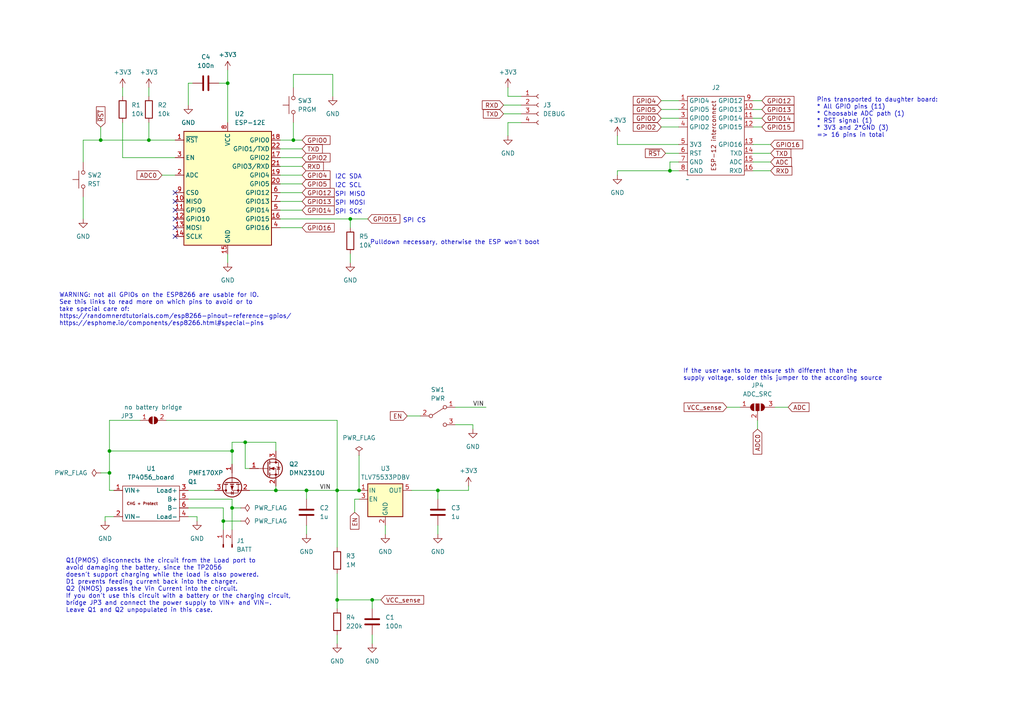
<source format=kicad_sch>
(kicad_sch (version 20230121) (generator eeschema)
  (paper "A4")
  (lib_symbols
    (symbol "Connector:Conn_01x02_Pin" (pin_names (offset 1.016) hide)
      (property "Reference" "J" (at 0 2.54 0))
      (property "Value" "Conn_01x02_Pin" (at 0 -5.08 0))
      (symbol "Conn_01x02_Pin_1_1"
        (polyline (pts (xy 1.27 -2.54) (xy 0.8636 -2.54)) (stroke (width 0.1524)))
        (polyline (pts (xy 1.27 0) (xy 0.8636 0)) (stroke (width 0.1524)))
        (rectangle (start 0.8636 -2.413) (end 0 -2.667) (stroke (width 0.1524)) (fill (type outline)))
        (rectangle (start 0.8636 0.127) (end 0 -0.127) (stroke (width 0.1524)) (fill (type outline)))
        (pin passive line (at 5.08 0 180) (length 3.81) (name "Pin_1") (number "1"))
        (pin passive line (at 5.08 -2.54 180) (length 3.81) (name "Pin_2") (number "2"))
      )
    )
    (symbol "Connector:Conn_01x04_Socket" (pin_names (offset 1.016) hide)
      (property "Reference" "J" (at 0 5.08 0))
      (property "Value" "Conn_01x04_Socket" (at 0 -7.62 0))
      (symbol "Conn_01x04_Socket_1_1"
        (arc (start 0 -4.572) (mid -0.5058 -5.08) (end 0 -5.588) (stroke (width 0.1524)))
        (arc (start 0 -2.032) (mid -0.5058 -2.54) (end 0 -3.048) (stroke (width 0.1524)))
        (polyline (pts (xy -1.27 -5.08) (xy -0.508 -5.08)) (stroke (width 0.1524)))
        (polyline (pts (xy -1.27 -2.54) (xy -0.508 -2.54)) (stroke (width 0.1524)))
        (polyline (pts (xy -1.27 0) (xy -0.508 0)) (stroke (width 0.1524)))
        (polyline (pts (xy -1.27 2.54) (xy -0.508 2.54)) (stroke (width 0.1524)))
        (arc (start 0 0.508) (mid -0.5058 0) (end 0 -0.508) (stroke (width 0.1524)))
        (arc (start 0 3.048) (mid -0.5058 2.54) (end 0 2.032) (stroke (width 0.1524)))
        (pin passive line (at -5.08 2.54 0) (length 3.81) (name "Pin_1") (number "1"))
        (pin passive line (at -5.08 0 0) (length 3.81) (name "Pin_2") (number "2"))
        (pin passive line (at -5.08 -2.54 0) (length 3.81) (name "Pin_3") (number "3"))
        (pin passive line (at -5.08 -5.08 0) (length 3.81) (name "Pin_4") (number "4"))
      )
    )
    (symbol "Device:C" (pin_numbers hide) (pin_names (offset 0.254))
      (property "Reference" "C" (at 0.635 2.54 0))
      (property "Value" "C" (at 0.635 -2.54 0))
      (symbol "C_0_1"
        (polyline (pts (xy -2.032 -0.762) (xy 2.032 -0.762)) (stroke (width 0.508)))
        (polyline (pts (xy -2.032 0.762) (xy 2.032 0.762)) (stroke (width 0.508)))
      )
      (symbol "C_1_1"
        (pin passive line (at 0 3.81 270) (length 2.794) (name "~") (number "1"))
        (pin passive line (at 0 -3.81 90) (length 2.794) (name "~") (number "2"))
      )
    )
    (symbol "Device:Q_NMOS_GSD" (pin_names (offset 0) hide)
      (property "Reference" "Q" (at 5.08 1.27 0))
      (property "Value" "Q_NMOS_GSD" (at 5.08 -1.27 0))
      (symbol "Q_NMOS_GSD_0_1"
        (polyline (pts (xy 0.254 0) (xy -2.54 0)))
        (polyline (pts (xy 0.254 1.905) (xy 0.254 -1.905)) (stroke (width 0.254)))
        (polyline (pts (xy 0.762 -1.27) (xy 0.762 -2.286)) (stroke (width 0.254)))
        (polyline (pts (xy 0.762 0.508) (xy 0.762 -0.508)) (stroke (width 0.254)))
        (polyline (pts (xy 0.762 2.286) (xy 0.762 1.27)) (stroke (width 0.254)))
        (polyline (pts (xy 2.54 2.54) (xy 2.54 1.778)))
        (polyline (pts (xy 2.54 -2.54) (xy 2.54 0) (xy 0.762 0)))
        (polyline (pts (xy 0.762 -1.778) (xy 3.302 -1.778) (xy 3.302 1.778) (xy 0.762 1.778)))
        (polyline (pts (xy 1.016 0) (xy 2.032 0.381) (xy 2.032 -0.381) (xy 1.016 0)) (fill (type outline)))
        (polyline (pts (xy 2.794 0.508) (xy 2.921 0.381) (xy 3.683 0.381) (xy 3.81 0.254)))
        (polyline (pts (xy 3.302 0.381) (xy 2.921 -0.254) (xy 3.683 -0.254) (xy 3.302 0.381)))
        (circle (center 1.651 0) (radius 2.794) (stroke (width 0.254)))
        (circle (center 2.54 -1.778) (radius 0.254) (fill (type outline)))
        (circle (center 2.54 1.778) (radius 0.254) (fill (type outline)))
      )
      (symbol "Q_NMOS_GSD_1_1"
        (pin input line (at -5.08 0 0) (length 2.54) (name "G") (number "1"))
        (pin passive line (at 2.54 -5.08 90) (length 2.54) (name "S") (number "2"))
        (pin passive line (at 2.54 5.08 270) (length 2.54) (name "D") (number "3"))
      )
    )
    (symbol "Device:R" (pin_numbers hide) (pin_names (offset 0))
      (property "Reference" "R" (at 2.032 0 90))
      (property "Value" "R" (at 0 0 90))
      (symbol "R_0_1"
        (rectangle (start -1.016 -2.54) (end 1.016 2.54) (stroke (width 0.254)))
      )
      (symbol "R_1_1"
        (pin passive line (at 0 3.81 270) (length 1.27) (name "~") (number "1"))
        (pin passive line (at 0 -3.81 90) (length 1.27) (name "~") (number "2"))
      )
    )
    (symbol "Jumper:SolderJumper_2_Open" (pin_names (offset 0) hide)
      (property "Reference" "JP" (at 0 2.032 0))
      (property "Value" "SolderJumper_2_Open" (at 0 -2.54 0))
      (symbol "SolderJumper_2_Open_0_1"
        (arc (start -0.254 1.016) (mid -1.2656 0) (end -0.254 -1.016))
        (arc (start -0.254 1.016) (mid -1.2656 0) (end -0.254 -1.016) (fill (type outline)))
        (polyline (pts (xy -0.254 1.016) (xy -0.254 -1.016)))
        (polyline (pts (xy 0.254 1.016) (xy 0.254 -1.016)))
        (arc (start 0.254 -1.016) (mid 1.2656 0) (end 0.254 1.016))
        (arc (start 0.254 -1.016) (mid 1.2656 0) (end 0.254 1.016) (fill (type outline)))
      )
      (symbol "SolderJumper_2_Open_1_1"
        (pin passive line (at -3.81 0 0) (length 2.54) (name "A") (number "1"))
        (pin passive line (at 3.81 0 180) (length 2.54) (name "B") (number "2"))
      )
    )
    (symbol "Jumper:SolderJumper_3_Open" (pin_names (offset 0) hide)
      (property "Reference" "JP" (at -2.54 -2.54 0))
      (property "Value" "SolderJumper_3_Open" (at 0 2.794 0))
      (symbol "SolderJumper_3_Open_0_1"
        (arc (start -1.016 1.016) (mid -2.0276 0) (end -1.016 -1.016))
        (arc (start -1.016 1.016) (mid -2.0276 0) (end -1.016 -1.016) (fill (type outline)))
        (rectangle (start -0.508 1.016) (end 0.508 -1.016) (fill (type outline)))
        (polyline (pts (xy -2.54 0) (xy -2.032 0)))
        (polyline (pts (xy -1.016 1.016) (xy -1.016 -1.016)))
        (polyline (pts (xy 0 -1.27) (xy 0 -1.016)))
        (polyline (pts (xy 1.016 1.016) (xy 1.016 -1.016)))
        (polyline (pts (xy 2.54 0) (xy 2.032 0)))
        (arc (start 1.016 -1.016) (mid 2.0276 0) (end 1.016 1.016))
        (arc (start 1.016 -1.016) (mid 2.0276 0) (end 1.016 1.016) (fill (type outline)))
      )
      (symbol "SolderJumper_3_Open_1_1"
        (pin passive line (at -5.08 0 0) (length 2.54) (name "A") (number "1"))
        (pin passive line (at 0 -3.81 90) (length 2.54) (name "C") (number "2"))
        (pin passive line (at 5.08 0 180) (length 2.54) (name "B") (number "3"))
      )
    )
    (symbol "RF_Module:ESP-12E"
      (property "Reference" "U" (at -12.7 19.05 0))
      (property "Value" "ESP-12E" (at 12.7 19.05 0))
      (symbol "ESP-12E_0_1"
        (rectangle (start -12.7 17.78) (end 12.7 -15.24) (stroke (width 0.254)) (fill (type background)))
      )
      (symbol "ESP-12E_1_1"
        (pin input line (at -15.24 15.24 0) (length 2.54) (name "~{RST}") (number "1"))
        (pin bidirectional line (at -15.24 -2.54 0) (length 2.54) (name "MISO") (number "10"))
        (pin bidirectional line (at -15.24 -5.08 0) (length 2.54) (name "GPIO9") (number "11"))
        (pin bidirectional line (at -15.24 -7.62 0) (length 2.54) (name "GPIO10") (number "12"))
        (pin bidirectional line (at -15.24 -10.16 0) (length 2.54) (name "MOSI") (number "13"))
        (pin bidirectional line (at -15.24 -12.7 0) (length 2.54) (name "SCLK") (number "14"))
        (pin power_in line (at 0 -17.78 90) (length 2.54) (name "GND") (number "15"))
        (pin bidirectional line (at 15.24 -7.62 180) (length 2.54) (name "GPIO15") (number "16"))
        (pin bidirectional line (at 15.24 10.16 180) (length 2.54) (name "GPIO2") (number "17"))
        (pin bidirectional line (at 15.24 15.24 180) (length 2.54) (name "GPIO0") (number "18"))
        (pin bidirectional line (at 15.24 5.08 180) (length 2.54) (name "GPIO4") (number "19"))
        (pin input line (at -15.24 5.08 0) (length 2.54) (name "ADC") (number "2"))
        (pin bidirectional line (at 15.24 2.54 180) (length 2.54) (name "GPIO5") (number "20"))
        (pin bidirectional line (at 15.24 7.62 180) (length 2.54) (name "GPIO3/RXD") (number "21"))
        (pin bidirectional line (at 15.24 12.7 180) (length 2.54) (name "GPIO1/TXD") (number "22"))
        (pin input line (at -15.24 10.16 0) (length 2.54) (name "EN") (number "3"))
        (pin bidirectional line (at 15.24 -10.16 180) (length 2.54) (name "GPIO16") (number "4"))
        (pin bidirectional line (at 15.24 -5.08 180) (length 2.54) (name "GPIO14") (number "5"))
        (pin bidirectional line (at 15.24 0 180) (length 2.54) (name "GPIO12") (number "6"))
        (pin bidirectional line (at 15.24 -2.54 180) (length 2.54) (name "GPIO13") (number "7"))
        (pin power_in line (at 0 20.32 270) (length 2.54) (name "VCC") (number "8"))
        (pin input line (at -15.24 0 0) (length 2.54) (name "CS0") (number "9"))
      )
    )
    (symbol "Regulator_Linear:TLV75533PDBV" (pin_names (offset 0.254))
      (property "Reference" "U" (at -3.81 5.715 0))
      (property "Value" "TLV75533PDBV" (at 0 5.715 0))
      (symbol "TLV75533PDBV_0_1"
        (rectangle (start -5.08 4.445) (end 5.08 -5.08) (stroke (width 0.254)) (fill (type background)))
      )
      (symbol "TLV75533PDBV_1_1"
        (pin power_in line (at -7.62 2.54 0) (length 2.54) (name "IN") (number "1"))
        (pin power_in line (at 0 -7.62 90) (length 2.54) (name "GND") (number "2"))
        (pin input line (at -7.62 0 0) (length 2.54) (name "EN") (number "3"))
        (pin no_connect line (at 5.08 0 180) (length 2.54) hide (name "NC") (number "4"))
        (pin power_out line (at 7.62 2.54 180) (length 2.54) (name "OUT") (number "5"))
      )
    )
    (symbol "Switch:SW_Push" (pin_numbers hide) (pin_names (offset 1.016) hide)
      (property "Reference" "SW" (at 1.27 2.54 0))
      (property "Value" "SW_Push" (at 0 -1.524 0))
      (symbol "SW_Push_0_1"
        (circle (center -2.032 0) (radius 0.508))
        (polyline (pts (xy 0 1.27) (xy 0 3.048)))
        (polyline (pts (xy 2.54 1.27) (xy -2.54 1.27)))
        (circle (center 2.032 0) (radius 0.508))
        (pin passive line (at -5.08 0 0) (length 2.54) (name "1") (number "1"))
        (pin passive line (at 5.08 0 180) (length 2.54) (name "2") (number "2"))
      )
    )
    (symbol "Switch:SW_SPDT" (pin_names (offset 0) hide)
      (property "Reference" "SW" (at 0 4.318 0))
      (property "Value" "SW_SPDT" (at 0 -5.08 0))
      (symbol "SW_SPDT_0_0"
        (circle (center -2.032 0) (radius 0.508))
        (circle (center 2.032 -2.54) (radius 0.508))
      )
      (symbol "SW_SPDT_0_1"
        (polyline (pts (xy -1.524 0.254) (xy 1.651 2.286)))
        (circle (center 2.032 2.54) (radius 0.508))
      )
      (symbol "SW_SPDT_1_1"
        (pin passive line (at 5.08 2.54 180) (length 2.54) (name "A") (number "1"))
        (pin passive line (at -5.08 0 0) (length 2.54) (name "B") (number "2"))
        (pin passive line (at 5.08 -2.54 180) (length 2.54) (name "C") (number "3"))
      )
    )
    (symbol "Transistor_FET:IRLML6401" (pin_names hide)
      (property "Reference" "Q" (at 5.08 1.905 0))
      (property "Value" "IRLML6401" (at 5.08 0 0))
      (symbol "IRLML6401_0_1"
        (polyline (pts (xy 0.254 0) (xy -2.54 0)))
        (polyline (pts (xy 0.254 1.905) (xy 0.254 -1.905)) (stroke (width 0.254)))
        (polyline (pts (xy 0.762 -1.27) (xy 0.762 -2.286)) (stroke (width 0.254)))
        (polyline (pts (xy 0.762 0.508) (xy 0.762 -0.508)) (stroke (width 0.254)))
        (polyline (pts (xy 0.762 2.286) (xy 0.762 1.27)) (stroke (width 0.254)))
        (polyline (pts (xy 2.54 2.54) (xy 2.54 1.778)))
        (polyline (pts (xy 2.54 -2.54) (xy 2.54 0) (xy 0.762 0)))
        (polyline (pts (xy 0.762 1.778) (xy 3.302 1.778) (xy 3.302 -1.778) (xy 0.762 -1.778)))
        (polyline (pts (xy 2.286 0) (xy 1.27 0.381) (xy 1.27 -0.381) (xy 2.286 0)) (fill (type outline)))
        (polyline (pts (xy 2.794 -0.508) (xy 2.921 -0.381) (xy 3.683 -0.381) (xy 3.81 -0.254)))
        (polyline (pts (xy 3.302 -0.381) (xy 2.921 0.254) (xy 3.683 0.254) (xy 3.302 -0.381)))
        (circle (center 1.651 0) (radius 2.794) (stroke (width 0.254)))
        (circle (center 2.54 -1.778) (radius 0.254) (fill (type outline)))
        (circle (center 2.54 1.778) (radius 0.254) (fill (type outline)))
      )
      (symbol "IRLML6401_1_1"
        (pin input line (at -5.08 0 0) (length 2.54) (name "G") (number "1"))
        (pin passive line (at 2.54 -5.08 90) (length 2.54) (name "S") (number "2"))
        (pin passive line (at 2.54 5.08 270) (length 2.54) (name "D") (number "3"))
      )
    )
    (symbol "anphi_util:TP4056_board"
      (property "Reference" "U" (at 2.54 -3.81 0))
      (property "Value" "TP4056_board" (at 7.62 -1.27 0))
      (symbol "TP4056_board_0_0"
        (text "CHG + Protect" (at 5.715 5.08 0) (effects (font (size 0.8 0.8))))
      )
      (symbol "TP4056_board_0_1"
        (rectangle (start 0 10.16) (end 16.51 0))
      )
      (symbol "TP4056_board_1_1"
        (pin power_in line (at -2.54 8.89 0) (length 2.54) (name "VIN+") (number "1"))
        (pin power_in line (at -2.54 1.27 0) (length 2.54) (name "VIN-") (number "2"))
        (pin power_out line (at 19.05 8.89 180) (length 2.54) (name "Load+") (number "3"))
        (pin power_out line (at 19.05 1.27 180) (length 2.54) (name "Load-") (number "4"))
        (pin power_in line (at 19.05 6.35 180) (length 2.54) (name "B+") (number "5"))
        (pin power_in line (at 19.05 3.81 180) (length 2.54) (name "B-") (number "6"))
      )
    )
    (symbol "esp-board-lib:ESP12-breakout-interconnect"
      (property "Reference" "J" (at 0 0 0))
      (symbol "ESP12-breakout-interconnect_0_1"
        (rectangle (start 0 24.13) (end 16.51 1.27))
      )
      (symbol "ESP12-breakout-interconnect_1_1"
        (text "ESP-12 interconnect" (at 7.62 12.7 900) (effects (font (size 1.27 1.27))))
        (pin bidirectional line (at -2.54 22.86 0) (length 2.54) (name "GPIO4") (number "1"))
        (pin bidirectional line (at 19.05 20.32 180) (length 2.54) (name "GPIO13") (number "10"))
        (pin bidirectional line (at 19.05 17.78 180) (length 2.54) (name "GPIO14") (number "11"))
        (pin bidirectional line (at 19.05 15.24 180) (length 2.54) (name "GPIO15") (number "12"))
        (pin bidirectional line (at 19.05 10.16 180) (length 2.54) (name "GPIO16") (number "13"))
        (pin bidirectional line (at 19.05 7.62 180) (length 2.54) (name "TXD") (number "14"))
        (pin bidirectional line (at 19.05 5.08 180) (length 2.54) (name "ADC") (number "15"))
        (pin bidirectional line (at 19.05 2.54 180) (length 2.54) (name "RXD") (number "16"))
        (pin bidirectional line (at -2.54 20.32 0) (length 2.54) (name "GPIO5") (number "2"))
        (pin bidirectional line (at -2.54 17.78 0) (length 2.54) (name "GPIO0") (number "3"))
        (pin bidirectional line (at -2.54 15.24 0) (length 2.54) (name "GPIO2") (number "4"))
        (pin bidirectional line (at -2.54 10.16 0) (length 2.54) (name "3V3") (number "5"))
        (pin bidirectional line (at -2.54 7.62 0) (length 2.54) (name "RST") (number "6"))
        (pin bidirectional line (at -2.54 5.08 0) (length 2.54) (name "GND") (number "7"))
        (pin bidirectional line (at -2.54 2.54 0) (length 2.54) (name "GND") (number "8"))
        (pin bidirectional line (at 19.05 22.86 180) (length 2.54) (name "GPIO12") (number "9"))
      )
    )
    (symbol "power:+3V3" (power) (pin_names (offset 0))
      (property "Value" "+3V3" (at 0 3.556 0))
      (symbol "+3V3_0_1"
        (polyline (pts (xy -0.762 1.27) (xy 0 2.54)))
        (polyline (pts (xy 0 0) (xy 0 2.54)))
        (polyline (pts (xy 0 2.54) (xy 0.762 1.27)))
      )
      (symbol "+3V3_1_1"
        (pin power_in line (at 0 0 90) (length 0) hide (name "+3V3") (number "1"))
      )
    )
    (symbol "power:GND" (power) (pin_names (offset 0))
      (property "Value" "GND" (at 0 -3.81 0))
      (symbol "GND_0_1"
        (polyline (pts (xy 0 0) (xy 0 -1.27) (xy 1.27 -1.27) (xy 0 -2.54) (xy -1.27 -1.27) (xy 0 -1.27)))
      )
      (symbol "GND_1_1"
        (pin power_in line (at 0 0 270) (length 0) hide (name "GND") (number "1"))
      )
    )
    (symbol "power:PWR_FLAG" (power) (pin_numbers hide) (pin_names (offset 0) hide)
      (property "Value" "PWR_FLAG" (at 0 3.81 0))
      (symbol "PWR_FLAG_0_0"
        (pin power_out line (at 0 0 90) (length 0) (name "pwr") (number "1"))
      )
      (symbol "PWR_FLAG_0_1"
        (polyline (pts (xy 0 0) (xy 0 1.27) (xy -1.016 1.905) (xy 0 2.54) (xy 1.016 1.905) (xy 0 1.27)))
      )
    )
  )
  (junction (at 194.31 49.53))
  (junction (at 67.31 147.32))
  (junction (at 88.9 142.24))
  (junction (at 107.95 173.99))
  (junction (at 31.75 137.16))
  (junction (at 101.6 63.5))
  (junction (at 127 142.24))
  (junction (at 97.79 173.99))
  (junction (at 43.18 40.64))
  (junction (at 80.01 142.24))
  (junction (at 97.79 142.24))
  (junction (at 31.75 130.81))
  (junction (at 71.12 128.27))
  (junction (at 67.31 130.81))
  (junction (at 104.14 142.24))
  (junction (at 29.21 40.64))
  (junction (at 85.09 40.64))
  (junction (at 64.77 151.13))
  (junction (at 66.04 24.13))
  (no_connect (at 50.8 68.58))
  (no_connect (at 50.8 60.96))
  (no_connect (at 50.8 63.5))
  (no_connect (at 50.8 58.42))
  (no_connect (at 50.8 66.04))
  (no_connect (at 50.8 55.88))
  (wire (pts (xy 101.6 63.5) (xy 101.6 66.04)))
  (wire (pts (xy 194.31 49.53) (xy 179.07 49.53)))
  (wire (pts (xy 88.9 142.24) (xy 97.79 142.24)))
  (wire (pts (xy 31.75 137.16) (xy 31.75 130.81)))
  (wire (pts (xy 54.61 144.78) (xy 67.31 144.78)))
  (wire (pts (xy 35.56 45.72) (xy 35.56 35.56)))
  (wire (pts (xy 43.18 35.56) (xy 43.18 40.64)))
  (wire (pts (xy 220.98 34.29) (xy 218.44 34.29)))
  (wire (pts (xy 67.31 130.81) (xy 67.31 134.62)))
  (wire (pts (xy 107.95 173.99) (xy 110.49 173.99)))
  (wire (pts (xy 196.85 34.29) (xy 191.77 34.29)))
  (wire (pts (xy 119.38 142.24) (xy 127 142.24)))
  (wire (pts (xy 63.5 24.13) (xy 66.04 24.13)))
  (wire (pts (xy 81.28 43.18) (xy 87.63 43.18)))
  (wire (pts (xy 50.8 45.72) (xy 35.56 45.72)))
  (wire (pts (xy 147.32 35.56) (xy 147.32 39.37)))
  (wire (pts (xy 218.44 46.99) (xy 223.52 46.99)))
  (wire (pts (xy 64.77 151.13) (xy 64.77 153.67)))
  (wire (pts (xy 43.18 40.64) (xy 50.8 40.64)))
  (wire (pts (xy 31.75 142.24) (xy 33.02 142.24)))
  (wire (pts (xy 97.79 121.92) (xy 48.26 121.92)))
  (wire (pts (xy 196.85 49.53) (xy 194.31 49.53)))
  (wire (pts (xy 127 152.4) (xy 127 154.94)))
  (wire (pts (xy 71.12 128.27) (xy 71.12 135.89)))
  (wire (pts (xy 88.9 142.24) (xy 88.9 144.78)))
  (wire (pts (xy 35.56 25.4) (xy 35.56 27.94)))
  (wire (pts (xy 146.05 30.48) (xy 151.13 30.48)))
  (wire (pts (xy 80.01 140.97) (xy 80.01 142.24)))
  (wire (pts (xy 97.79 121.92) (xy 97.79 142.24)))
  (wire (pts (xy 196.85 46.99) (xy 194.31 46.99)))
  (wire (pts (xy 43.18 25.4) (xy 43.18 27.94)))
  (wire (pts (xy 97.79 142.24) (xy 104.14 142.24)))
  (wire (pts (xy 196.85 29.21) (xy 191.77 29.21)))
  (wire (pts (xy 67.31 147.32) (xy 69.85 147.32)))
  (wire (pts (xy 220.98 36.83) (xy 218.44 36.83)))
  (wire (pts (xy 80.01 142.24) (xy 88.9 142.24)))
  (wire (pts (xy 54.61 24.13) (xy 55.88 24.13)))
  (wire (pts (xy 81.28 45.72) (xy 87.63 45.72)))
  (wire (pts (xy 81.28 48.26) (xy 87.63 48.26)))
  (wire (pts (xy 146.05 33.02) (xy 151.13 33.02)))
  (wire (pts (xy 81.28 66.04) (xy 87.63 66.04)))
  (wire (pts (xy 147.32 25.4) (xy 147.32 27.94)))
  (wire (pts (xy 218.44 41.91) (xy 223.52 41.91)))
  (wire (pts (xy 46.99 50.8) (xy 50.8 50.8)))
  (wire (pts (xy 85.09 21.59) (xy 85.09 25.4)))
  (wire (pts (xy 29.21 40.64) (xy 43.18 40.64)))
  (wire (pts (xy 81.28 50.8) (xy 87.63 50.8)))
  (wire (pts (xy 80.01 128.27) (xy 80.01 130.81)))
  (wire (pts (xy 31.75 121.92) (xy 31.75 130.81)))
  (wire (pts (xy 151.13 27.94) (xy 147.32 27.94)))
  (wire (pts (xy 151.13 35.56) (xy 147.32 35.56)))
  (wire (pts (xy 85.09 40.64) (xy 85.09 35.56)))
  (wire (pts (xy 97.79 173.99) (xy 107.95 173.99)))
  (wire (pts (xy 118.11 120.65) (xy 121.92 120.65)))
  (wire (pts (xy 66.04 73.66) (xy 66.04 76.2)))
  (wire (pts (xy 66.04 24.13) (xy 66.04 35.56)))
  (wire (pts (xy 57.15 151.13) (xy 57.15 149.86)))
  (wire (pts (xy 111.76 152.4) (xy 111.76 154.94)))
  (wire (pts (xy 194.31 46.99) (xy 194.31 49.53)))
  (wire (pts (xy 54.61 142.24) (xy 62.23 142.24)))
  (wire (pts (xy 64.77 151.13) (xy 69.85 151.13)))
  (wire (pts (xy 81.28 53.34) (xy 87.63 53.34)))
  (wire (pts (xy 218.44 49.53) (xy 223.52 49.53)))
  (wire (pts (xy 127 142.24) (xy 135.89 142.24)))
  (wire (pts (xy 81.28 60.96) (xy 87.63 60.96)))
  (wire (pts (xy 96.52 21.59) (xy 85.09 21.59)))
  (wire (pts (xy 196.85 31.75) (xy 191.77 31.75)))
  (wire (pts (xy 97.79 173.99) (xy 97.79 176.53)))
  (wire (pts (xy 224.79 118.11) (xy 228.6 118.11)))
  (wire (pts (xy 40.64 121.92) (xy 31.75 121.92)))
  (wire (pts (xy 218.44 44.45) (xy 223.52 44.45)))
  (wire (pts (xy 196.85 41.91) (xy 179.07 41.91)))
  (wire (pts (xy 72.39 135.89) (xy 71.12 135.89)))
  (wire (pts (xy 54.61 30.48) (xy 54.61 24.13)))
  (wire (pts (xy 57.15 149.86) (xy 54.61 149.86)))
  (wire (pts (xy 24.13 40.64) (xy 29.21 40.64)))
  (wire (pts (xy 66.04 20.32) (xy 66.04 24.13)))
  (wire (pts (xy 179.07 41.91) (xy 179.07 39.37)))
  (wire (pts (xy 67.31 144.78) (xy 67.31 147.32)))
  (wire (pts (xy 64.77 147.32) (xy 64.77 151.13)))
  (wire (pts (xy 54.61 147.32) (xy 64.77 147.32)))
  (wire (pts (xy 104.14 144.78) (xy 102.87 144.78)))
  (wire (pts (xy 220.98 31.75) (xy 218.44 31.75)))
  (wire (pts (xy 214.63 118.11) (xy 210.82 118.11)))
  (wire (pts (xy 219.71 121.92) (xy 219.71 124.46)))
  (wire (pts (xy 196.85 36.83) (xy 191.77 36.83)))
  (wire (pts (xy 96.52 21.59) (xy 96.52 27.94)))
  (wire (pts (xy 137.16 123.19) (xy 132.08 123.19)))
  (wire (pts (xy 30.48 149.86) (xy 30.48 151.13)))
  (wire (pts (xy 102.87 144.78) (xy 102.87 148.59)))
  (wire (pts (xy 81.28 40.64) (xy 85.09 40.64)))
  (wire (pts (xy 107.95 176.53) (xy 107.95 173.99)))
  (wire (pts (xy 71.12 128.27) (xy 80.01 128.27)))
  (wire (pts (xy 97.79 166.37) (xy 97.79 173.99)))
  (wire (pts (xy 132.08 118.11) (xy 140.97 118.11)))
  (wire (pts (xy 193.04 44.45) (xy 196.85 44.45)))
  (wire (pts (xy 135.89 140.97) (xy 135.89 142.24)))
  (wire (pts (xy 127 142.24) (xy 127 144.78)))
  (wire (pts (xy 104.14 132.08) (xy 104.14 142.24)))
  (wire (pts (xy 81.28 58.42) (xy 87.63 58.42)))
  (wire (pts (xy 85.09 40.64) (xy 87.63 40.64)))
  (wire (pts (xy 67.31 128.27) (xy 67.31 130.81)))
  (wire (pts (xy 81.28 63.5) (xy 101.6 63.5)))
  (wire (pts (xy 67.31 147.32) (xy 67.31 153.67)))
  (wire (pts (xy 137.16 124.46) (xy 137.16 123.19)))
  (wire (pts (xy 81.28 55.88) (xy 87.63 55.88)))
  (wire (pts (xy 31.75 142.24) (xy 31.75 137.16)))
  (wire (pts (xy 97.79 142.24) (xy 97.79 158.75)))
  (wire (pts (xy 88.9 152.4) (xy 88.9 154.94)))
  (wire (pts (xy 97.79 184.15) (xy 97.79 186.69)))
  (wire (pts (xy 29.21 137.16) (xy 31.75 137.16)))
  (wire (pts (xy 101.6 63.5) (xy 106.68 63.5)))
  (wire (pts (xy 24.13 57.15) (xy 24.13 63.5)))
  (wire (pts (xy 179.07 49.53) (xy 179.07 50.8)))
  (wire (pts (xy 31.75 130.81) (xy 67.31 130.81)))
  (wire (pts (xy 101.6 73.66) (xy 101.6 76.2)))
  (wire (pts (xy 29.21 36.83) (xy 29.21 40.64)))
  (wire (pts (xy 24.13 40.64) (xy 24.13 46.99)))
  (wire (pts (xy 33.02 149.86) (xy 30.48 149.86)))
  (wire (pts (xy 72.39 142.24) (xy 80.01 142.24)))
  (wire (pts (xy 67.31 128.27) (xy 71.12 128.27)))
  (wire (pts (xy 220.98 29.21) (xy 218.44 29.21)))
  (wire (pts (xy 107.95 184.15) (xy 107.95 186.69)))
  (text "I2C SDA" (at 97.155 52.07 0) (effects (font (size 1.27 1.27)) (justify left bottom)))
  (text "Pulldown necessary, otherwise the ESP won't boot" (at 107.315 71.12 0) (effects (font (size 1.27 1.27)) (justify left bottom)))
  (text "Q1(PMOS) disconnects the circuit from the Load port to\navoid damaging the battery, since the TP2056 \ndoesn't support charging while the load is also powered.\nD1 prevents feeding current back into the charger.\nQ2 (NMOS) passes the Vin Current into the circuit.\nIf you don't use this circuit with a battery or the charging circuit,\nbridge JP3 and connect the power supply to VIN+ and VIN-.\nLeave Q1 and Q2 unpopulated in this case." (at 19.05 177.8 0) (effects (font (size 1.27 1.27)) (justify left bottom)))
  (text "SPI CS" (at 116.84 64.77 0) (effects (font (size 1.27 1.27)) (justify left bottom)))
  (text "If the user wants to measure sth different than the\nsupply voltage, solder this jumper to the according source" (at 198.12 110.49 0) (effects (font (size 1.27 1.27)) (justify left bottom)))
  (text "Pins transported to daughter board:\n* All GPIO pins (11)\n* Choosable ADC path (1)\n* RST signal (1)\n* 3V3 and 2*GND (3)\n=> 16 pins in total" (at 236.855 40.005 0) (effects (font (size 1.27 1.27)) (justify left bottom)))
  (text "SPI MISO" (at 97.155 57.15 0) (effects (font (size 1.27 1.27)) (justify left bottom)))
  (text "I2C SCL" (at 97.155 54.61 0) (effects (font (size 1.27 1.27)) (justify left bottom)))
  (text "SPI MOSI" (at 97.155 59.69 0) (effects (font (size 1.27 1.27)) (justify left bottom)))
  (text "WARNING: not all GPIOs on the ESP8266 are usable for IO.\nSee this links to read more on which pins to avoid or to\ntake special care of:\nhttps://randomnerdtutorials.com/esp8266-pinout-reference-gpios/\nhttps://esphome.io/components/esp8266.html#special-pins" (at 17.145 94.615 0) (effects (font (size 1.27 1.27)) (justify left bottom)))
  (text "SPI SCK" (at 97.155 62.23 0) (effects (font (size 1.27 1.27)) (justify left bottom)))
  (label "VIN" (at 92.71 142.24 0))
  (label "VIN" (at 137.16 118.11 0))
  (global_label "VCC_sense" (shape input) (at 110.49 173.99 0) (property "Intersheetrefs" "${INTERSHEET_REFS}" (effects hide)))
  (global_label "~{RST}" (shape input) (at 29.21 36.83 90) (property "Intersheetrefs" "${INTERSHEET_REFS}" (effects hide)))
  (global_label "GPIO13" (shape input) (at 87.63 58.42 0) (property "Intersheetrefs" "${INTERSHEET_REFS}" (effects hide)))
  (global_label "GPIO4" (shape input) (at 191.77 29.21 180) (property "Intersheetrefs" "${INTERSHEET_REFS}" (effects hide)))
  (global_label "RXD" (shape input) (at 223.52 49.53 0) (property "Intersheetrefs" "${INTERSHEET_REFS}" (effects hide)))
  (global_label "GPIO15" (shape input) (at 220.98 36.83 0) (property "Intersheetrefs" "${INTERSHEET_REFS}" (effects hide)))
  (global_label "GPIO4" (shape input) (at 87.63 50.8 0) (property "Intersheetrefs" "${INTERSHEET_REFS}" (effects hide)))
  (global_label "ADC" (shape input) (at 223.52 46.99 0) (property "Intersheetrefs" "${INTERSHEET_REFS}" (effects hide)))
  (global_label "RXD" (shape input) (at 87.63 48.26 0) (property "Intersheetrefs" "${INTERSHEET_REFS}" (effects hide)))
  (global_label "VCC_sense" (shape input) (at 210.82 118.11 180) (property "Intersheetrefs" "${INTERSHEET_REFS}" (effects hide)))
  (global_label "GPIO14" (shape input) (at 220.98 34.29 0) (property "Intersheetrefs" "${INTERSHEET_REFS}" (effects hide)))
  (global_label "GPIO16" (shape input) (at 223.52 41.91 0) (property "Intersheetrefs" "${INTERSHEET_REFS}" (effects hide)))
  (global_label "GPIO2" (shape input) (at 191.77 36.83 180) (property "Intersheetrefs" "${INTERSHEET_REFS}" (effects hide)))
  (global_label "GPIO16" (shape input) (at 87.63 66.04 0) (property "Intersheetrefs" "${INTERSHEET_REFS}" (effects hide)))
  (global_label "GPIO15" (shape input) (at 106.68 63.5 0) (property "Intersheetrefs" "${INTERSHEET_REFS}" (effects hide)))
  (global_label "TXD" (shape input) (at 223.52 44.45 0) (property "Intersheetrefs" "${INTERSHEET_REFS}" (effects hide)))
  (global_label "GPIO0" (shape input) (at 87.63 40.64 0) (property "Intersheetrefs" "${INTERSHEET_REFS}" (effects hide)))
  (global_label "ADC0" (shape input) (at 46.99 50.8 180) (property "Intersheetrefs" "${INTERSHEET_REFS}" (effects hide)))
  (global_label "GPIO14" (shape input) (at 87.63 60.96 0) (property "Intersheetrefs" "${INTERSHEET_REFS}" (effects hide)))
  (global_label "RXD" (shape input) (at 146.05 30.48 180) (property "Intersheetrefs" "${INTERSHEET_REFS}" (effects hide)))
  (global_label "GPIO13" (shape input) (at 220.98 31.75 0) (property "Intersheetrefs" "${INTERSHEET_REFS}" (effects hide)))
  (global_label "GPIO5" (shape input) (at 87.63 53.34 0) (property "Intersheetrefs" "${INTERSHEET_REFS}" (effects hide)))
  (global_label "ADC" (shape input) (at 228.6 118.11 0) (property "Intersheetrefs" "${INTERSHEET_REFS}" (effects hide)))
  (global_label "~{RST}" (shape input) (at 193.04 44.45 180) (property "Intersheetrefs" "${INTERSHEET_REFS}" (effects hide)))
  (global_label "ADC0" (shape input) (at 219.71 124.46 270) (property "Intersheetrefs" "${INTERSHEET_REFS}" (effects hide)))
  (global_label "GPIO5" (shape input) (at 191.77 31.75 180) (property "Intersheetrefs" "${INTERSHEET_REFS}" (effects hide)))
  (global_label "TXD" (shape input) (at 87.63 43.18 0) (property "Intersheetrefs" "${INTERSHEET_REFS}" (effects hide)))
  (global_label "GPIO0" (shape input) (at 191.77 34.29 180) (property "Intersheetrefs" "${INTERSHEET_REFS}" (effects hide)))
  (global_label "GPIO12" (shape input) (at 220.98 29.21 0) (property "Intersheetrefs" "${INTERSHEET_REFS}" (effects hide)))
  (global_label "GPIO2" (shape input) (at 87.63 45.72 0) (property "Intersheetrefs" "${INTERSHEET_REFS}" (effects hide)))
  (global_label "EN" (shape input) (at 102.87 148.59 270) (property "Intersheetrefs" "${INTERSHEET_REFS}" (effects hide)))
  (global_label "GPIO12" (shape input) (at 87.63 55.88 0) (property "Intersheetrefs" "${INTERSHEET_REFS}" (effects hide)))
  (global_label "EN" (shape input) (at 118.11 120.65 180) (property "Intersheetrefs" "${INTERSHEET_REFS}" (effects hide)))
  (global_label "TXD" (shape input) (at 146.05 33.02 180) (property "Intersheetrefs" "${INTERSHEET_REFS}" (effects hide)))
  (symbol (lib_id "power:GND") (at 96.52 27.94 0) (mirror y) (unit 1)
    (property "Reference" "#PWR0106" (effects hide))
    (property "Value" "GND" (at 96.52 33.02 0))
  )
  (symbol (lib_id "power:+3V3") (at 135.89 140.97 0) (unit 1)
    (property "Reference" "#PWR05" (effects hide))
    (property "Value" "+3V3" (at 135.89 136.525 0))
  )
  (symbol (lib_id "Regulator_Linear:TLV75533PDBV") (at 111.76 144.78 0) (unit 1)
    (property "Reference" "U3" (at 111.76 135.89 0))
    (property "Value" "TLV75533PDBV" (at 111.76 138.43 0))
    (property "Footprint" "Package_TO_SOT_SMD:SOT-23-5" (effects hide))
    (property "Datasheet" "http://www.ti.com/lit/ds/symlink/tlv755p.pdf" (effects hide))
  )
  (symbol (lib_id "power:+3V3") (at 43.18 25.4 0) (unit 1)
    (property "Reference" "#PWR09" (effects hide))
    (property "Value" "+3V3" (at 43.18 20.955 0))
  )
  (symbol (lib_id "Switch:SW_Push") (at 24.13 52.07 90) (unit 1)
    (property "Reference" "SW2" (at 25.4 50.8 90) (effects (justify right)))
    (property "Value" "RST" (at 25.4 53.34 90) (effects (justify right)))
    (property "Footprint" "Button_Switch_SMD:SW_Tactile_SPST_NO_Straight_CK_PTS636Sx25SMTRLFS" (effects hide))
  )
  (symbol (lib_id "Switch:SW_Push") (at 85.09 30.48 90) (unit 1)
    (property "Reference" "SW3" (at 86.36 29.21 90) (effects (justify right)))
    (property "Value" "PRGM" (at 86.36 31.75 90) (effects (justify right)))
    (property "Footprint" "Button_Switch_SMD:SW_Tactile_SPST_NO_Straight_CK_PTS636Sx25SMTRLFS" (effects hide))
  )
  (symbol (lib_id "power:GND") (at 111.76 154.94 0) (mirror y) (unit 1)
    (property "Reference" "#PWR03" (effects hide))
    (property "Value" "GND" (at 111.76 160.02 0))
  )
  (symbol (lib_id "Device:C") (at 107.95 180.34 0) (unit 1)
    (property "Reference" "C1" (at 111.76 179.0699 0) (effects (justify left)))
    (property "Value" "100n" (at 111.76 181.6099 0) (effects (justify left)))
    (property "Footprint" "Capacitor_SMD:C_0805_2012Metric_Pad1.18x1.45mm_HandSolder" (effects hide))
  )
  (symbol (lib_id "power:GND") (at 30.48 151.13 0) (mirror y) (unit 1)
    (property "Reference" "#PWR04" (effects hide))
    (property "Value" "GND" (at 30.48 156.21 0))
  )
  (symbol (lib_id "power:GND") (at 101.6 76.2 0) (mirror y) (unit 1)
    (property "Reference" "#PWR0107" (effects hide))
    (property "Value" "GND" (at 101.6 81.28 0))
  )
  (symbol (lib_id "Device:R") (at 43.18 31.75 0) (unit 1)
    (property "Reference" "R2" (at 45.72 30.4799 0) (effects (justify left)))
    (property "Value" "10k" (at 45.72 33.0199 0) (effects (justify left)))
    (property "Footprint" "Resistor_SMD:R_0805_2012Metric_Pad1.20x1.40mm_HandSolder" (effects hide))
  )
  (symbol (lib_id "power:GND") (at 97.79 186.69 0) (mirror y) (unit 1)
    (property "Reference" "#PWR0110" (effects hide))
    (property "Value" "GND" (at 97.79 191.77 0))
  )
  (symbol (lib_id "Device:R") (at 97.79 180.34 0) (unit 1)
    (property "Reference" "R4" (at 100.33 179.07 0) (effects (justify left)))
    (property "Value" "220k" (at 100.33 181.61 0) (effects (justify left)))
    (property "Footprint" "Resistor_SMD:R_0805_2012Metric_Pad1.20x1.40mm_HandSolder" (effects hide))
  )
  (symbol (lib_id "RF_Module:ESP-12E") (at 66.04 55.88 0) (unit 1)
    (property "Reference" "U2" (at 68.0594 33.02 0) (effects (justify left)))
    (property "Value" "ESP-12E" (at 68.0594 35.56 0) (effects (justify left)))
    (property "Footprint" "RF_Module:ESP-12E" (effects hide))
    (property "Datasheet" "http://wiki.ai-thinker.com/_media/esp8266/esp8266_series_modules_user_manual_v1.1.pdf" (effects hide))
  )
  (symbol (lib_id "power:GND") (at 66.04 76.2 0) (mirror y) (unit 1)
    (property "Reference" "#PWR0102" (effects hide))
    (property "Value" "GND" (at 66.04 81.28 0))
  )
  (symbol (lib_id "power:GND") (at 107.95 186.69 0) (mirror y) (unit 1)
    (property "Reference" "#PWR0108" (effects hide))
    (property "Value" "GND" (at 107.95 191.77 0))
  )
  (symbol (lib_id "power:GND") (at 57.15 151.13 0) (mirror y) (unit 1)
    (property "Reference" "#PWR0109" (effects hide))
    (property "Value" "GND" (at 57.15 156.21 0))
  )
  (symbol (lib_id "power:+3V3") (at 66.04 20.32 0) (unit 1)
    (property "Reference" "#PWR06" (effects hide))
    (property "Value" "+3V3" (at 66.04 15.875 0))
  )
  (symbol (lib_id "power:PWR_FLAG") (at 69.85 147.32 270) (unit 1)
    (property "Reference" "#FLG02" (effects hide))
    (property "Value" "PWR_FLAG" (at 73.66 147.32 90) (effects (justify left)))
  )
  (symbol (lib_id "Device:R") (at 35.56 31.75 0) (unit 1)
    (property "Reference" "R1" (at 38.1 30.4799 0) (effects (justify left)))
    (property "Value" "10k" (at 38.1 33.0199 0) (effects (justify left)))
    (property "Footprint" "Resistor_SMD:R_0805_2012Metric_Pad1.20x1.40mm_HandSolder" (effects hide))
  )
  (symbol (lib_id "Device:C") (at 88.9 148.59 0) (unit 1)
    (property "Reference" "C2" (at 92.71 147.32 0) (effects (justify left)))
    (property "Value" "1u" (at 92.71 149.86 0) (effects (justify left)))
    (property "Footprint" "Capacitor_SMD:C_0805_2012Metric_Pad1.18x1.45mm_HandSolder" (effects hide))
  )
  (symbol (lib_id "power:GND") (at 24.13 63.5 0) (mirror y) (unit 1)
    (property "Reference" "#PWR0101" (effects hide))
    (property "Value" "GND" (at 24.13 68.58 0))
  )
  (symbol (lib_id "esp-board-lib:ESP12-breakout-interconnect") (at 199.39 52.07 0) (unit 1)
    (property "Reference" "J2" (at 207.645 25.4 0))
    (property "Value" "~" (at 199.39 52.07 0))
    (property "Footprint" "esp-board-lib:carrier-template" (effects hide))
  )
  (symbol (lib_id "power:GND") (at 147.32 39.37 0) (mirror y) (unit 1)
    (property "Reference" "#PWR0105" (effects hide))
    (property "Value" "GND" (at 147.32 44.45 0))
  )
  (symbol (lib_id "power:GND") (at 127 154.94 0) (mirror y) (unit 1)
    (property "Reference" "#PWR02" (effects hide))
    (property "Value" "GND" (at 127 160.02 0))
  )
  (symbol (lib_id "Jumper:SolderJumper_3_Open") (at 219.71 118.11 0) (unit 1)
    (property "Reference" "JP4" (at 219.71 111.76 0))
    (property "Value" "ADC_SRC" (at 219.71 114.3 0))
    (property "Footprint" "Jumper:SolderJumper-3_P1.3mm_Open_RoundedPad1.0x1.5mm_NumberLabels" (effects hide))
  )
  (symbol (lib_id "Transistor_FET:IRLML6401") (at 67.31 139.7 90) (mirror x) (unit 1)
    (property "Reference" "Q1" (at 55.88 139.7 90))
    (property "Value" "PMF170XP" (at 59.69 137.16 90))
    (property "Footprint" "Package_TO_SOT_SMD:SOT-323_SC-70_Handsoldering" (effects hide))
    (property "Datasheet" "https://www.infineon.com/dgdl/irlml6401pbf.pdf?fileId=5546d462533600a401535668b96d2634" (effects hide))
  )
  (symbol (lib_id "power:PWR_FLAG") (at 69.85 151.13 270) (unit 1)
    (property "Reference" "#FLG03" (effects hide))
    (property "Value" "PWR_FLAG" (at 73.66 151.13 90) (effects (justify left)))
  )
  (symbol (lib_id "Device:C") (at 59.69 24.13 90) (unit 1)
    (property "Reference" "C4" (at 59.69 16.51 90))
    (property "Value" "100n" (at 59.69 19.05 90))
    (property "Footprint" "Capacitor_SMD:C_0805_2012Metric_Pad1.18x1.45mm_HandSolder" (effects hide))
  )
  (symbol (lib_id "Device:R") (at 101.6 69.85 0) (unit 1)
    (property "Reference" "R5" (at 104.14 68.5799 0) (effects (justify left)))
    (property "Value" "10k" (at 104.14 71.1199 0) (effects (justify left)))
    (property "Footprint" "Resistor_SMD:R_0805_2012Metric_Pad1.20x1.40mm_HandSolder" (effects hide))
  )
  (symbol (lib_id "power:GND") (at 88.9 154.94 0) (mirror y) (unit 1)
    (property "Reference" "#PWR01" (effects hide))
    (property "Value" "GND" (at 88.9 160.02 0))
  )
  (symbol (lib_id "anphi_util:TP4056_board") (at 35.56 151.13 0) (unit 1)
    (property "Reference" "U1" (at 43.815 135.89 0))
    (property "Value" "TP4056_board" (at 43.815 138.43 0))
    (property "Footprint" "anphi_util:TP4056-18650" (effects hide))
  )
  (symbol (lib_id "power:GND") (at 179.07 50.8 0) (mirror y) (unit 1)
    (property "Reference" "#PWR014" (effects hide))
    (property "Value" "GND" (at 179.07 55.88 0))
  )
  (symbol (lib_id "Device:C") (at 127 148.59 0) (unit 1)
    (property "Reference" "C3" (at 130.81 147.32 0) (effects (justify left)))
    (property "Value" "1u" (at 130.81 149.86 0) (effects (justify left)))
    (property "Footprint" "Capacitor_SMD:C_0805_2012Metric_Pad1.18x1.45mm_HandSolder" (effects hide))
  )
  (symbol (lib_id "Device:Q_NMOS_GSD") (at 77.47 135.89 0) (unit 1)
    (property "Reference" "Q2" (at 83.82 134.62 0) (effects (justify left)))
    (property "Value" "DMN2310U" (at 83.82 137.16 0) (effects (justify left)))
    (property "Footprint" "Package_TO_SOT_SMD:SOT-23-3" (effects hide))
  )
  (symbol (lib_id "power:+3V3") (at 35.56 25.4 0) (unit 1)
    (property "Reference" "#PWR08" (effects hide))
    (property "Value" "+3V3" (at 35.56 20.955 0))
  )
  (symbol (lib_id "power:+3V3") (at 147.32 25.4 0) (unit 1)
    (property "Reference" "#PWR07" (effects hide))
    (property "Value" "+3V3" (at 147.32 20.955 0))
  )
  (symbol (lib_id "power:GND") (at 54.61 30.48 0) (mirror y) (unit 1)
    (property "Reference" "#PWR011" (effects hide))
    (property "Value" "GND" (at 54.61 35.56 0))
  )
  (symbol (lib_id "power:+3V3") (at 179.07 39.37 0) (unit 1)
    (property "Reference" "#PWR010" (effects hide))
    (property "Value" "+3V3" (at 179.07 34.925 0))
  )
  (symbol (lib_id "Connector:Conn_01x04_Socket") (at 156.21 30.48 0) (unit 1)
    (property "Reference" "J3" (at 157.48 30.48 0) (effects (justify left)))
    (property "Value" "DEBUG" (at 157.48 33.02 0) (effects (justify left)))
    (property "Footprint" "Connector_PinSocket_2.54mm:PinSocket_1x04_P2.54mm_Vertical" (effects hide))
  )
  (symbol (lib_id "Connector:Conn_01x02_Pin") (at 64.77 158.75 90) (unit 1)
    (property "Reference" "J1" (at 68.58 156.845 90) (effects (justify right)))
    (property "Value" "BATT" (at 68.58 159.385 90) (effects (justify right)))
    (property "Footprint" "Connector_PinHeader_2.54mm:PinHeader_2x01_P2.54mm_Vertical" (effects hide))
  )
  (symbol (lib_id "power:GND") (at 137.16 124.46 0) (mirror y) (unit 1)
    (property "Reference" "#PWR012" (effects hide))
    (property "Value" "GND" (at 137.16 129.54 0))
  )
  (symbol (lib_id "Device:R") (at 97.79 162.56 0) (unit 1)
    (property "Reference" "R3" (at 100.33 161.2899 0) (effects (justify left)))
    (property "Value" "1M" (at 100.33 163.8299 0) (effects (justify left)))
    (property "Footprint" "Resistor_SMD:R_0805_2012Metric_Pad1.20x1.40mm_HandSolder" (effects hide))
  )
  (symbol (lib_id "Switch:SW_SPDT") (at 127 120.65 0) (unit 1)
    (property "Reference" "SW1" (at 127 113.03 0))
    (property "Value" "PWR" (at 127 115.57 0))
    (property "Footprint" "Button_Switch_SMD:SW_SPDT_PCM12" (effects hide))
  )
  (symbol (lib_id "power:PWR_FLAG") (at 29.21 137.16 90) (unit 1)
    (property "Reference" "#FLG01" (effects hide))
    (property "Value" "PWR_FLAG" (at 25.4 137.16 90) (effects (justify left)))
  )
  (symbol (lib_id "Jumper:SolderJumper_2_Open") (at 44.45 121.92 0) (unit 1)
    (property "Reference" "JP3" (at 36.83 120.65 0))
    (property "Value" "no battery bridge" (at 44.45 118.11 0))
    (property "Footprint" "Jumper:SolderJumper-2_P1.3mm_Open_RoundedPad1.0x1.5mm" (effects hide))
  )
  (symbol (lib_id "power:PWR_FLAG") (at 104.14 132.08 0) (unit 1)
    (property "Reference" "#FLG04" (effects hide))
    (property "Value" "PWR_FLAG" (at 104.14 127 0))
  )
)
</source>
